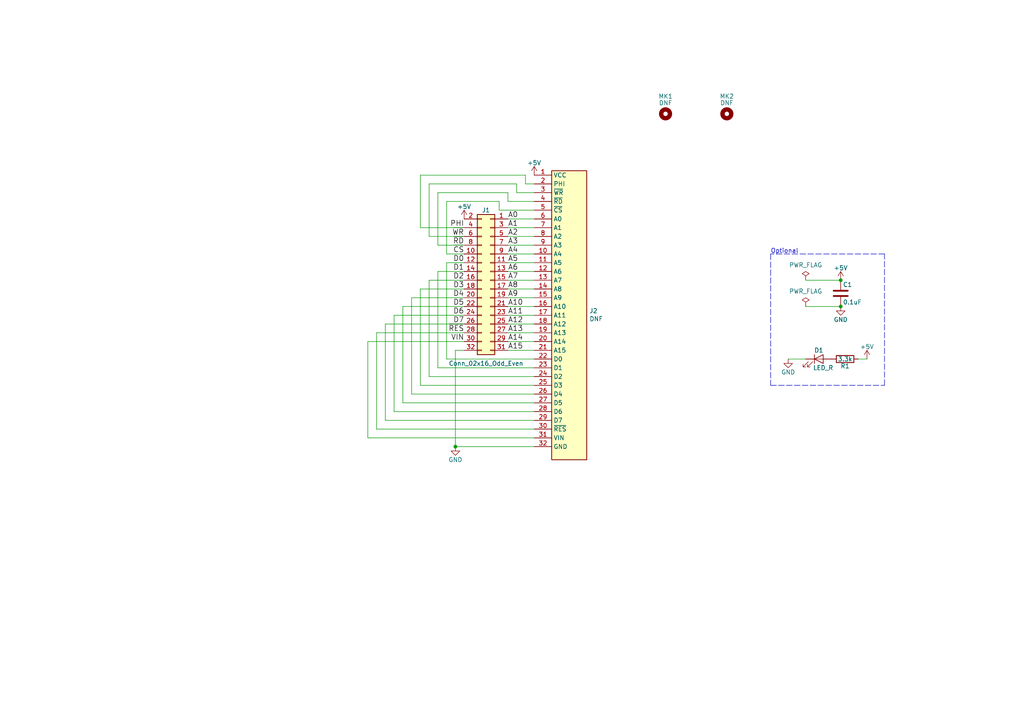
<source format=kicad_sch>
(kicad_sch (version 20211123) (generator eeschema)
  (paper "A4")
  (title_block (title "GB-BRK-CART") (rev "v4.0") (company "https://gekkio.fi"))
  (lib_symbols
    (symbol "Connector_Generic:Conn_02x16_Odd_Even" (pin_names (offset 1.016) hide)
      (property "Reference" "J" (at 1.27 20.32 0))
      (property "Value" "Conn_02x16_Odd_Even" (at 1.27 -22.86 0))
      (symbol "Conn_02x16_Odd_Even_1_1"
        (rectangle (start -1.27 -20.193) (end 0 -20.447) (stroke (width 0.1524)))
        (rectangle (start -1.27 -17.653) (end 0 -17.907) (stroke (width 0.1524)))
        (rectangle (start -1.27 -15.113) (end 0 -15.367) (stroke (width 0.1524)))
        (rectangle (start -1.27 -12.573) (end 0 -12.827) (stroke (width 0.1524)))
        (rectangle (start -1.27 -10.033) (end 0 -10.287) (stroke (width 0.1524)))
        (rectangle (start -1.27 -7.493) (end 0 -7.747) (stroke (width 0.1524)))
        (rectangle (start -1.27 -4.953) (end 0 -5.207) (stroke (width 0.1524)))
        (rectangle (start -1.27 -2.413) (end 0 -2.667) (stroke (width 0.1524)))
        (rectangle (start -1.27 0.127) (end 0 -0.127) (stroke (width 0.1524)))
        (rectangle (start -1.27 2.667) (end 0 2.413) (stroke (width 0.1524)))
        (rectangle (start -1.27 5.207) (end 0 4.953) (stroke (width 0.1524)))
        (rectangle (start -1.27 7.747) (end 0 7.493) (stroke (width 0.1524)))
        (rectangle (start -1.27 10.287) (end 0 10.033) (stroke (width 0.1524)))
        (rectangle (start -1.27 12.827) (end 0 12.573) (stroke (width 0.1524)))
        (rectangle (start -1.27 15.367) (end 0 15.113) (stroke (width 0.1524)))
        (rectangle (start -1.27 17.907) (end 0 17.653) (stroke (width 0.1524)))
        (rectangle (start -1.27 19.05) (end 3.81 -21.59) (stroke (width 0.254)) (fill (type background)))
        (rectangle (start 3.81 -20.193) (end 2.54 -20.447) (stroke (width 0.1524)))
        (rectangle (start 3.81 -17.653) (end 2.54 -17.907) (stroke (width 0.1524)))
        (rectangle (start 3.81 -15.113) (end 2.54 -15.367) (stroke (width 0.1524)))
        (rectangle (start 3.81 -12.573) (end 2.54 -12.827) (stroke (width 0.1524)))
        (rectangle (start 3.81 -10.033) (end 2.54 -10.287) (stroke (width 0.1524)))
        (rectangle (start 3.81 -7.493) (end 2.54 -7.747) (stroke (width 0.1524)))
        (rectangle (start 3.81 -4.953) (end 2.54 -5.207) (stroke (width 0.1524)))
        (rectangle (start 3.81 -2.413) (end 2.54 -2.667) (stroke (width 0.1524)))
        (rectangle (start 3.81 0.127) (end 2.54 -0.127) (stroke (width 0.1524)))
        (rectangle (start 3.81 2.667) (end 2.54 2.413) (stroke (width 0.1524)))
        (rectangle (start 3.81 5.207) (end 2.54 4.953) (stroke (width 0.1524)))
        (rectangle (start 3.81 7.747) (end 2.54 7.493) (stroke (width 0.1524)))
        (rectangle (start 3.81 10.287) (end 2.54 10.033) (stroke (width 0.1524)))
        (rectangle (start 3.81 12.827) (end 2.54 12.573) (stroke (width 0.1524)))
        (rectangle (start 3.81 15.367) (end 2.54 15.113) (stroke (width 0.1524)))
        (rectangle (start 3.81 17.907) (end 2.54 17.653) (stroke (width 0.1524)))
        (pin passive line (at -5.08 17.78 0) (length 3.81) (name "Pin_1") (number "1"))
        (pin passive line (at 7.62 7.62 180) (length 3.81) (name "Pin_10") (number "10"))
        (pin passive line (at -5.08 5.08 0) (length 3.81) (name "Pin_11") (number "11"))
        (pin passive line (at 7.62 5.08 180) (length 3.81) (name "Pin_12") (number "12"))
        (pin passive line (at -5.08 2.54 0) (length 3.81) (name "Pin_13") (number "13"))
        (pin passive line (at 7.62 2.54 180) (length 3.81) (name "Pin_14") (number "14"))
        (pin passive line (at -5.08 0 0) (length 3.81) (name "Pin_15") (number "15"))
        (pin passive line (at 7.62 0 180) (length 3.81) (name "Pin_16") (number "16"))
        (pin passive line (at -5.08 -2.54 0) (length 3.81) (name "Pin_17") (number "17"))
        (pin passive line (at 7.62 -2.54 180) (length 3.81) (name "Pin_18") (number "18"))
        (pin passive line (at -5.08 -5.08 0) (length 3.81) (name "Pin_19") (number "19"))
        (pin passive line (at 7.62 17.78 180) (length 3.81) (name "Pin_2") (number "2"))
        (pin passive line (at 7.62 -5.08 180) (length 3.81) (name "Pin_20") (number "20"))
        (pin passive line (at -5.08 -7.62 0) (length 3.81) (name "Pin_21") (number "21"))
        (pin passive line (at 7.62 -7.62 180) (length 3.81) (name "Pin_22") (number "22"))
        (pin passive line (at -5.08 -10.16 0) (length 3.81) (name "Pin_23") (number "23"))
        (pin passive line (at 7.62 -10.16 180) (length 3.81) (name "Pin_24") (number "24"))
        (pin passive line (at -5.08 -12.7 0) (length 3.81) (name "Pin_25") (number "25"))
        (pin passive line (at 7.62 -12.7 180) (length 3.81) (name "Pin_26") (number "26"))
        (pin passive line (at -5.08 -15.24 0) (length 3.81) (name "Pin_27") (number "27"))
        (pin passive line (at 7.62 -15.24 180) (length 3.81) (name "Pin_28") (number "28"))
        (pin passive line (at -5.08 -17.78 0) (length 3.81) (name "Pin_29") (number "29"))
        (pin passive line (at -5.08 15.24 0) (length 3.81) (name "Pin_3") (number "3"))
        (pin passive line (at 7.62 -17.78 180) (length 3.81) (name "Pin_30") (number "30"))
        (pin passive line (at -5.08 -20.32 0) (length 3.81) (name "Pin_31") (number "31"))
        (pin passive line (at 7.62 -20.32 180) (length 3.81) (name "Pin_32") (number "32"))
        (pin passive line (at 7.62 15.24 180) (length 3.81) (name "Pin_4") (number "4"))
        (pin passive line (at -5.08 12.7 0) (length 3.81) (name "Pin_5") (number "5"))
        (pin passive line (at 7.62 12.7 180) (length 3.81) (name "Pin_6") (number "6"))
        (pin passive line (at -5.08 10.16 0) (length 3.81) (name "Pin_7") (number "7"))
        (pin passive line (at 7.62 10.16 180) (length 3.81) (name "Pin_8") (number "8"))
        (pin passive line (at -5.08 7.62 0) (length 3.81) (name "Pin_9") (number "9"))
      )
    )
    (symbol "Device:C" (pin_numbers hide) (pin_names (offset 0.254))
      (property "Reference" "C" (at 0.635 2.54 0))
      (property "Value" "C" (at 0.635 -2.54 0))
      (symbol "C_0_1"
        (polyline (pts (xy -2.032 -0.762) (xy 2.032 -0.762)) (stroke (width 0.508)))
        (polyline (pts (xy -2.032 0.762) (xy 2.032 0.762)) (stroke (width 0.508)))
      )
      (symbol "C_1_1"
        (pin passive line (at 0 3.81 270) (length 2.794) (name "~") (number "1"))
        (pin passive line (at 0 -3.81 90) (length 2.794) (name "~") (number "2"))
      )
    )
    (symbol "Device:LED" (pin_numbers hide) (pin_names (offset 1.016) hide)
      (property "Reference" "D" (at 0 2.54 0))
      (property "Value" "LED" (at 0 -2.54 0))
      (symbol "LED_0_1"
        (polyline (pts (xy -1.27 -1.27) (xy -1.27 1.27)) (stroke (width 0.2032)))
        (polyline (pts (xy -1.27 0) (xy 1.27 0)))
        (polyline (pts (xy 1.27 -1.27) (xy 1.27 1.27) (xy -1.27 0) (xy 1.27 -1.27)) (stroke (width 0.2032)))
        (polyline (pts (xy -3.048 -0.762) (xy -4.572 -2.286) (xy -3.81 -2.286) (xy -4.572 -2.286) (xy -4.572 -1.524)))
        (polyline (pts (xy -1.778 -0.762) (xy -3.302 -2.286) (xy -2.54 -2.286) (xy -3.302 -2.286) (xy -3.302 -1.524)))
      )
      (symbol "LED_1_1"
        (pin passive line (at -3.81 0 0) (length 2.54) (name "K") (number "1"))
        (pin passive line (at 3.81 0 180) (length 2.54) (name "A") (number "2"))
      )
    )
    (symbol "Device:R" (pin_numbers hide) (pin_names (offset 0))
      (property "Reference" "R" (at 2.032 0 90))
      (property "Value" "R" (at 0 0 90))
      (symbol "R_0_1"
        (rectangle (start -1.016 -2.54) (end 1.016 2.54) (stroke (width 0.254)))
      )
      (symbol "R_1_1"
        (pin passive line (at 0 3.81 270) (length 1.27) (name "~") (number "1"))
        (pin passive line (at 0 -3.81 90) (length 1.27) (name "~") (number "2"))
      )
    )
    (symbol "Gekkio_Connector_Specialized:GameBoy_Cartridge"
      (property "Reference" "J" (at -2.54 43.18 0))
      (property "Value" "GameBoy_Cartridge" (at -2.54 -43.18 0))
      (symbol "GameBoy_Cartridge_0_1"
        (rectangle (start -5.08 41.91) (end 5.08 -41.91) (stroke (width 0.254)) (fill (type background)))
      )
      (symbol "GameBoy_Cartridge_1_1"
        (pin passive line (at -10.16 40.64 0) (length 5.08) (name "VCC") (number "1"))
        (pin passive line (at -10.16 17.78 0) (length 5.08) (name "A4") (number "10"))
        (pin passive line (at -10.16 15.24 0) (length 5.08) (name "A5") (number "11"))
        (pin passive line (at -10.16 12.7 0) (length 5.08) (name "A6") (number "12"))
        (pin passive line (at -10.16 10.16 0) (length 5.08) (name "A7") (number "13"))
        (pin passive line (at -10.16 7.62 0) (length 5.08) (name "A8") (number "14"))
        (pin passive line (at -10.16 5.08 0) (length 5.08) (name "A9") (number "15"))
        (pin passive line (at -10.16 2.54 0) (length 5.08) (name "A10") (number "16"))
        (pin passive line (at -10.16 0 0) (length 5.08) (name "A11") (number "17"))
        (pin passive line (at -10.16 -2.54 0) (length 5.08) (name "A12") (number "18"))
        (pin passive line (at -10.16 -5.08 0) (length 5.08) (name "A13") (number "19"))
        (pin passive line (at -10.16 38.1 0) (length 5.08) (name "PHI") (number "2"))
        (pin passive line (at -10.16 -7.62 0) (length 5.08) (name "A14") (number "20"))
        (pin passive line (at -10.16 -10.16 0) (length 5.08) (name "A15") (number "21"))
        (pin passive line (at -10.16 -12.7 0) (length 5.08) (name "D0") (number "22"))
        (pin passive line (at -10.16 -15.24 0) (length 5.08) (name "D1") (number "23"))
        (pin passive line (at -10.16 -17.78 0) (length 5.08) (name "D2") (number "24"))
        (pin passive line (at -10.16 -20.32 0) (length 5.08) (name "D3") (number "25"))
        (pin passive line (at -10.16 -22.86 0) (length 5.08) (name "D4") (number "26"))
        (pin passive line (at -10.16 -25.4 0) (length 5.08) (name "D5") (number "27"))
        (pin passive line (at -10.16 -27.94 0) (length 5.08) (name "D6") (number "28"))
        (pin passive line (at -10.16 -30.48 0) (length 5.08) (name "D7") (number "29"))
        (pin passive line (at -10.16 35.56 0) (length 5.08) (name "~{WR}") (number "3"))
        (pin passive line (at -10.16 -33.02 0) (length 5.08) (name "~{RES}") (number "30"))
        (pin passive line (at -10.16 -35.56 0) (length 5.08) (name "VIN") (number "31"))
        (pin passive line (at -10.16 -38.1 0) (length 5.08) (name "GND") (number "32"))
        (pin passive line (at -10.16 33.02 0) (length 5.08) (name "~{RD}") (number "4"))
        (pin passive line (at -10.16 30.48 0) (length 5.08) (name "~{CS}") (number "5"))
        (pin passive line (at -10.16 27.94 0) (length 5.08) (name "A0") (number "6"))
        (pin passive line (at -10.16 25.4 0) (length 5.08) (name "A1") (number "7"))
        (pin passive line (at -10.16 22.86 0) (length 5.08) (name "A2") (number "8"))
        (pin passive line (at -10.16 20.32 0) (length 5.08) (name "A3") (number "9"))
      )
    )
    (symbol "Mechanical:Mounting_Hole" (pin_names (offset 1.016))
      (property "Reference" "MK" (at 0 5.08 0))
      (property "Value" "Mounting_Hole" (at 0 3.175 0))
      (symbol "Mounting_Hole_0_1"
        (circle (center 0 0) (radius 1.27) (stroke (width 1.27)))
      )
    )
    (symbol "power:+5V" (power) (pin_names (offset 0))
      (property "Value" "+5V" (at 0 3.556 0))
      (symbol "+5V_0_1"
        (polyline (pts (xy -0.762 1.27) (xy 0 2.54)))
        (polyline (pts (xy 0 0) (xy 0 2.54)))
        (polyline (pts (xy 0 2.54) (xy 0.762 1.27)))
      )
      (symbol "+5V_1_1"
        (pin power_in line (at 0 0 90) (length 0) hide (name "+5V") (number "1"))
      )
    )
    (symbol "power:GND" (power) (pin_names (offset 0))
      (property "Value" "GND" (at 0 -3.81 0))
      (symbol "GND_0_1"
        (polyline (pts (xy 0 0) (xy 0 -1.27) (xy 1.27 -1.27) (xy 0 -2.54) (xy -1.27 -1.27) (xy 0 -1.27)))
      )
      (symbol "GND_1_1"
        (pin power_in line (at 0 0 270) (length 0) hide (name "GND") (number "1"))
      )
    )
    (symbol "power:PWR_FLAG" (power) (pin_numbers hide) (pin_names (offset 0) hide)
      (property "Value" "PWR_FLAG" (at 0 3.81 0))
      (symbol "PWR_FLAG_0_0"
        (pin power_out line (at 0 0 90) (length 0) (name "pwr") (number "1"))
      )
      (symbol "PWR_FLAG_0_1"
        (polyline (pts (xy 0 0) (xy 0 1.27) (xy -1.016 1.905) (xy 0 2.54) (xy 1.016 1.905) (xy 0 1.27)))
      )
    )
  )
  (junction (at 243.84 81.28))
  (junction (at 243.84 88.9))
  (junction (at 132.08 129.54))
  (wire (pts (xy 154.94 71.12) (xy 147.32 71.12)))
  (wire (pts (xy 119.38 86.36) (xy 134.62 86.36)))
  (wire (pts (xy 147.32 78.74) (xy 154.94 78.74)))
  (wire (pts (xy 124.46 109.22) (xy 124.46 81.28)))
  (wire (pts (xy 147.32 99.06) (xy 154.94 99.06)))
  (wire (pts (xy 109.22 96.52) (xy 134.62 96.52)))
  (wire (pts (xy 154.94 66.04) (xy 147.32 66.04)))
  (wire (pts (xy 154.94 55.88) (xy 149.86 55.88)))
  (wire (pts (xy 154.94 76.2) (xy 147.32 76.2)))
  (wire (pts (xy 233.68 81.28) (xy 243.84 81.28)))
  (wire (pts (xy 144.78 58.42) (xy 129.54 58.42)))
  (wire (pts (xy 132.08 101.6) (xy 134.62 101.6)))
  (wire (pts (xy 147.32 93.98) (xy 154.94 93.98)))
  (wire (pts (xy 127 78.74) (xy 134.62 78.74)))
  (wire (pts (xy 132.08 129.54) (xy 154.94 129.54)))
  (wire (pts (xy 154.94 86.36) (xy 147.32 86.36)))
  (wire (pts (xy 154.94 91.44) (xy 147.32 91.44)))
  (wire (pts (xy 106.68 127) (xy 154.94 127)))
  (wire (pts (xy 119.38 114.3) (xy 119.38 86.36)))
  (wire (pts (xy 114.3 91.44) (xy 134.62 91.44)))
  (wire (pts (xy 124.46 81.28) (xy 134.62 81.28)))
  (wire (pts (xy 116.84 88.9) (xy 134.62 88.9)))
  (wire (pts (xy 121.92 111.76) (xy 121.92 83.82)))
  (polyline (pts (xy 223.52 111.76) (xy 256.54 111.76)))
  (wire (pts (xy 124.46 68.58) (xy 124.46 53.34)))
  (wire (pts (xy 154.94 104.14) (xy 129.54 104.14)))
  (wire (pts (xy 121.92 66.04) (xy 134.62 66.04)))
  (wire (pts (xy 147.32 55.88) (xy 127 55.88)))
  (polyline (pts (xy 256.54 73.66) (xy 223.52 73.66)))
  (wire (pts (xy 111.76 121.92) (xy 111.76 93.98)))
  (polyline (pts (xy 223.52 73.66) (xy 223.52 111.76)))
  (wire (pts (xy 144.78 60.96) (xy 144.78 58.42)))
  (wire (pts (xy 109.22 124.46) (xy 154.94 124.46)))
  (wire (pts (xy 106.68 99.06) (xy 134.62 99.06)))
  (wire (pts (xy 152.4 50.8) (xy 121.92 50.8)))
  (wire (pts (xy 121.92 111.76) (xy 154.94 111.76)))
  (wire (pts (xy 114.3 119.38) (xy 114.3 91.44)))
  (wire (pts (xy 147.32 88.9) (xy 154.94 88.9)))
  (wire (pts (xy 154.94 101.6) (xy 147.32 101.6)))
  (wire (pts (xy 154.94 81.28) (xy 147.32 81.28)))
  (wire (pts (xy 119.38 114.3) (xy 154.94 114.3)))
  (wire (pts (xy 147.32 73.66) (xy 154.94 73.66)))
  (wire (pts (xy 124.46 109.22) (xy 154.94 109.22)))
  (wire (pts (xy 134.62 76.2) (xy 129.54 76.2)))
  (wire (pts (xy 147.32 83.82) (xy 154.94 83.82)))
  (wire (pts (xy 124.46 68.58) (xy 134.62 68.58)))
  (wire (pts (xy 116.84 116.84) (xy 154.94 116.84)))
  (wire (pts (xy 152.4 53.34) (xy 152.4 50.8)))
  (wire (pts (xy 127 106.68) (xy 154.94 106.68)))
  (wire (pts (xy 251.46 104.14) (xy 248.92 104.14)))
  (wire (pts (xy 132.08 101.6) (xy 132.08 129.54)))
  (wire (pts (xy 149.86 53.34) (xy 124.46 53.34)))
  (wire (pts (xy 233.68 88.9) (xy 243.84 88.9)))
  (wire (pts (xy 129.54 104.14) (xy 129.54 76.2)))
  (wire (pts (xy 233.68 104.14) (xy 228.6 104.14)))
  (wire (pts (xy 121.92 50.8) (xy 121.92 66.04)))
  (wire (pts (xy 149.86 55.88) (xy 149.86 53.34)))
  (wire (pts (xy 129.54 73.66) (xy 134.62 73.66)))
  (wire (pts (xy 111.76 93.98) (xy 134.62 93.98)))
  (wire (pts (xy 154.94 58.42) (xy 147.32 58.42)))
  (wire (pts (xy 127 71.12) (xy 127 55.88)))
  (wire (pts (xy 147.32 58.42) (xy 147.32 55.88)))
  (polyline (pts (xy 256.54 111.76) (xy 256.54 73.66)))
  (wire (pts (xy 116.84 116.84) (xy 116.84 88.9)))
  (wire (pts (xy 114.3 119.38) (xy 154.94 119.38)))
  (wire (pts (xy 109.22 124.46) (xy 109.22 96.52)))
  (wire (pts (xy 154.94 60.96) (xy 144.78 60.96)))
  (wire (pts (xy 127 106.68) (xy 127 78.74)))
  (wire (pts (xy 147.32 68.58) (xy 154.94 68.58)))
  (wire (pts (xy 154.94 53.34) (xy 152.4 53.34)))
  (wire (pts (xy 121.92 83.82) (xy 134.62 83.82)))
  (wire (pts (xy 129.54 58.42) (xy 129.54 73.66)))
  (wire (pts (xy 127 71.12) (xy 134.62 71.12)))
  (wire (pts (xy 106.68 127) (xy 106.68 99.06)))
  (wire (pts (xy 111.76 121.92) (xy 154.94 121.92)))
  (wire (pts (xy 154.94 96.52) (xy 147.32 96.52)))
  (wire (pts (xy 147.32 63.5) (xy 154.94 63.5)))
  (text "Optional" (at 223.52 73.66 0) (effects (font (size 1.27 1.27)) (justify left bottom)))
  (label "A12" (at 147.32 93.98 0) (effects (font (size 1.524 1.524))))
  (label "A2" (at 147.32 68.58 0) (effects (font (size 1.524 1.524))))
  (label "VIN" (at 134.62 99.06 180) (effects (font (size 1.524 1.524))))
  (label "~{RD}" (at 134.62 71.12 180) (effects (font (size 1.524 1.524))))
  (label "D2" (at 134.62 81.28 180) (effects (font (size 1.524 1.524))))
  (label "D5" (at 134.62 88.9 180) (effects (font (size 1.524 1.524))))
  (label "D6" (at 134.62 91.44 180) (effects (font (size 1.524 1.524))))
  (label "~{CS}" (at 134.62 73.66 180) (effects (font (size 1.524 1.524))))
  (label "A11" (at 147.32 91.44 0) (effects (font (size 1.524 1.524))))
  (label "A10" (at 147.32 88.9 0) (effects (font (size 1.524 1.524))))
  (label "A6" (at 147.32 78.74 0) (effects (font (size 1.524 1.524))))
  (label "A15" (at 147.32 101.6 0) (effects (font (size 1.524 1.524))))
  (label "A1" (at 147.32 66.04 0) (effects (font (size 1.524 1.524))))
  (label "PHI" (at 134.62 66.04 180) (effects (font (size 1.524 1.524))))
  (label "~{WR}" (at 134.62 68.58 180) (effects (font (size 1.524 1.524))))
  (label "A7" (at 147.32 81.28 0) (effects (font (size 1.524 1.524))))
  (label "D7" (at 134.62 93.98 180) (effects (font (size 1.524 1.524))))
  (label "A14" (at 147.32 99.06 0) (effects (font (size 1.524 1.524))))
  (label "A4" (at 147.32 73.66 0) (effects (font (size 1.524 1.524))))
  (label "D1" (at 134.62 78.74 180) (effects (font (size 1.524 1.524))))
  (label "D3" (at 134.62 83.82 180) (effects (font (size 1.524 1.524))))
  (label "A13" (at 147.32 96.52 0) (effects (font (size 1.524 1.524))))
  (label "A5" (at 147.32 76.2 0) (effects (font (size 1.524 1.524))))
  (label "~{RES}" (at 134.62 96.52 180) (effects (font (size 1.524 1.524))))
  (label "D0" (at 134.62 76.2 180) (effects (font (size 1.524 1.524))))
  (label "A0" (at 147.32 63.5 0) (effects (font (size 1.524 1.524))))
  (label "A8" (at 147.32 83.82 0) (effects (font (size 1.524 1.524))))
  (label "D4" (at 134.62 86.36 180) (effects (font (size 1.524 1.524))))
  (label "A3" (at 147.32 71.12 0) (effects (font (size 1.524 1.524))))
  (label "A9" (at 147.32 86.36 0) (effects (font (size 1.524 1.524))))
  (symbol (lib_id "Device:R") (at 245.11 104.14 270) (unit 1)
    (property "Reference" "R1" (at 245.11 106.172 90))
    (property "Value" "3.3k" (at 245.11 104.14 90))
    (property "Footprint" "Resistor_SMD:R_0603_1608Metric" (effects hide))
    (property "MFR" "Vishay" (effects hide))
    (property "MPN" "CRCW06033K30JNEB" (effects hide))
    (property "SPR" "Mouser" (effects hide))
    (property "SPN" "71-CRCW06033K30JNEB" (effects hide))
    (property "Rating" "1/10W 5%" (effects hide))
  )
  (symbol (lib_id "Device:LED") (at 237.49 104.14 0) (unit 1)
    (property "Reference" "D1" (at 237.49 101.6 0))
    (property "Value" "LED_R" (at 238.76 106.68 0))
    (property "Footprint" "LED_SMD:LED_0603_1608Metric" (effects hide))
    (property "MFR" "Wurth Electronics" (effects hide))
    (property "MPN" "150060SS75000" (effects hide))
    (property "SPR" "Mouser" (effects hide))
    (property "SPN" "710-150060SS75000" (effects hide))
  )
  (symbol (lib_id "power:+5V") (at 154.94 50.8 0) (unit 1)
    (property "Reference" "#PWR01" (effects hide))
    (property "Value" "+5V" (at 154.94 47.244 0))
  )
  (symbol (lib_id "power:GND") (at 132.08 129.54 0) (unit 1)
    (property "Reference" "#PWR02" (effects hide))
    (property "Value" "GND" (at 132.08 133.35 0))
  )
  (symbol (lib_id "power:GND") (at 243.84 88.9 0) (unit 1)
    (property "Reference" "#PWR03" (effects hide))
    (property "Value" "GND" (at 243.84 92.71 0))
  )
  (symbol (lib_id "power:+5V") (at 243.84 81.28 0) (unit 1)
    (property "Reference" "#PWR06" (effects hide))
    (property "Value" "+5V" (at 243.84 77.724 0))
  )
  (symbol (lib_id "Connector_Generic:Conn_02x16_Odd_Even") (at 142.24 81.28 0) (mirror y) (unit 1)
    (property "Reference" "J1" (at 140.97 60.96 0))
    (property "Value" "Conn_02x16_Odd_Even" (at 140.97 105.41 0))
    (property "Footprint" "Connector_PinHeader_2.54mm:PinHeader_2x16_P2.54mm_Vertical_SMD" (effects hide))
    (property "MFR" "Molex" (effects hide))
    (property "MPN" "15-91-0800" (effects hide))
    (property "SPR" "Mouser" (effects hide))
    (property "SPN" "538-15-91-0800" (effects hide))
  )
  (symbol (lib_id "power:+5V") (at 134.62 63.5 0) (unit 1)
    (property "Reference" "#PWR04" (effects hide))
    (property "Value" "+5V" (at 134.62 59.944 0))
  )
  (symbol (lib_id "power:GND") (at 228.6 104.14 0) (unit 1)
    (property "Reference" "#PWR07" (effects hide))
    (property "Value" "GND" (at 228.6 107.95 0))
  )
  (symbol (lib_id "Mechanical:Mounting_Hole") (at 193.04 33.02 0) (unit 1)
    (property "Reference" "MK1" (at 193.04 27.94 0))
    (property "Value" "DNF" (at 193.04 29.845 0))
    (property "Footprint" "Gekkio_MountingHole:MountingHole_7.2mm" (effects hide))
  )
  (symbol (lib_id "Mechanical:Mounting_Hole") (at 210.82 33.02 0) (unit 1)
    (property "Reference" "MK2" (at 210.82 27.94 0))
    (property "Value" "DNF" (at 210.82 29.845 0))
    (property "Footprint" "Gekkio_MountingHole:MountingHole_2.3mm" (effects hide))
  )
  (symbol (lib_id "power:+5V") (at 251.46 104.14 0) (unit 1)
    (property "Reference" "#PWR05" (effects hide))
    (property "Value" "+5V" (at 251.46 100.584 0))
  )
  (symbol (lib_id "Gekkio_Connector_Specialized:GameBoy_Cartridge") (at 165.1 91.44 0) (unit 1)
    (property "Reference" "J2" (at 170.942 90.17 0) (effects (justify left)))
    (property "Value" "DNF" (at 170.942 92.4814 0) (effects (justify left)))
    (property "Footprint" "Gekkio_Connector_PCBEdge:GameBoy_Cartridge_1x32_P1.50mm_Edge" (effects hide))
  )
  (symbol (lib_id "Device:C") (at 243.84 85.09 0) (unit 1)
    (property "Reference" "C1" (at 244.475 82.55 0) (effects (justify left)))
    (property "Value" "0.1uF" (at 244.475 87.63 0) (effects (justify left)))
    (property "Footprint" "Capacitor_SMD:C_0603_1608Metric" (effects hide))
    (property "MFR" "AVX" (effects hide))
    (property "MPN" "06035C104KAT4A" (effects hide))
    (property "SPR" "Mouser" (effects hide))
    (property "SPN" "581-06035C104KAT4A" (effects hide))
    (property "Rating" "16V X5R" (effects hide))
  )
  (symbol (lib_id "power:PWR_FLAG") (at 233.68 81.28 0) (unit 1)
    (property "Reference" "#FLG0101" (effects hide))
    (property "Value" "PWR_FLAG" (at 233.68 76.8604 0))
  )
  (symbol (lib_id "power:PWR_FLAG") (at 233.68 88.9 0) (unit 1)
    (property "Reference" "#FLG0102" (effects hide))
    (property "Value" "PWR_FLAG" (at 233.68 84.4804 0))
  )
)
</source>
